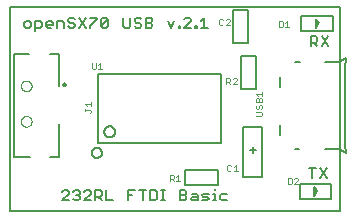
<source format=gto>
G75*
%MOIN*%
%OFA0B0*%
%FSLAX25Y25*%
%IPPOS*%
%LPD*%
%AMOC8*
5,1,8,0,0,1.08239X$1,22.5*
%
%ADD10C,0.00800*%
%ADD11C,0.00600*%
%ADD12C,0.00787*%
%ADD13C,0.00500*%
%ADD14C,0.00400*%
%ADD15C,0.00000*%
D10*
X0101036Y0048333D02*
X0101036Y0116333D01*
X0211036Y0116333D01*
X0211036Y0048333D01*
X0101036Y0048333D01*
D11*
X0118419Y0051740D02*
X0120687Y0054008D01*
X0120687Y0054575D01*
X0120120Y0055143D01*
X0118986Y0055143D01*
X0118419Y0054575D01*
X0122102Y0054575D02*
X0122669Y0055143D01*
X0123803Y0055143D01*
X0124370Y0054575D01*
X0124370Y0054008D01*
X0123803Y0053441D01*
X0124370Y0052874D01*
X0124370Y0052307D01*
X0123803Y0051740D01*
X0122669Y0051740D01*
X0122102Y0052307D01*
X0120687Y0051740D02*
X0118419Y0051740D01*
X0123236Y0053441D02*
X0123803Y0053441D01*
X0125785Y0054575D02*
X0126352Y0055143D01*
X0127486Y0055143D01*
X0128053Y0054575D01*
X0128053Y0054008D01*
X0125785Y0051740D01*
X0128053Y0051740D01*
X0129468Y0051740D02*
X0129468Y0055143D01*
X0131169Y0055143D01*
X0131737Y0054575D01*
X0131737Y0053441D01*
X0131169Y0052874D01*
X0129468Y0052874D01*
X0130602Y0052874D02*
X0131737Y0051740D01*
X0133151Y0051740D02*
X0135420Y0051740D01*
X0133151Y0051740D02*
X0133151Y0055143D01*
X0140517Y0055143D02*
X0142786Y0055143D01*
X0144201Y0055143D02*
X0146469Y0055143D01*
X0145335Y0055143D02*
X0145335Y0051740D01*
X0147884Y0051740D02*
X0149585Y0051740D01*
X0150152Y0052307D01*
X0150152Y0054575D01*
X0149585Y0055143D01*
X0147884Y0055143D01*
X0147884Y0051740D01*
X0151567Y0051740D02*
X0152701Y0051740D01*
X0152134Y0051740D02*
X0152134Y0055143D01*
X0151567Y0055143D02*
X0152701Y0055143D01*
X0157705Y0055143D02*
X0159407Y0055143D01*
X0159974Y0054575D01*
X0159974Y0054008D01*
X0159407Y0053441D01*
X0157705Y0053441D01*
X0157705Y0051740D02*
X0157705Y0055143D01*
X0159407Y0053441D02*
X0159974Y0052874D01*
X0159974Y0052307D01*
X0159407Y0051740D01*
X0157705Y0051740D01*
X0161389Y0052307D02*
X0161956Y0052874D01*
X0163657Y0052874D01*
X0163657Y0053441D02*
X0163090Y0054008D01*
X0161956Y0054008D01*
X0163657Y0053441D02*
X0163657Y0051740D01*
X0161956Y0051740D01*
X0161389Y0052307D01*
X0165072Y0051740D02*
X0166773Y0051740D01*
X0167340Y0052307D01*
X0166773Y0052874D01*
X0165639Y0052874D01*
X0165072Y0053441D01*
X0165639Y0054008D01*
X0167340Y0054008D01*
X0168755Y0054008D02*
X0169322Y0054008D01*
X0169322Y0051740D01*
X0168755Y0051740D02*
X0169889Y0051740D01*
X0171210Y0052307D02*
X0171777Y0051740D01*
X0173479Y0051740D01*
X0171210Y0052307D02*
X0171210Y0053441D01*
X0171777Y0054008D01*
X0173479Y0054008D01*
X0169322Y0055143D02*
X0169322Y0055710D01*
X0141652Y0053441D02*
X0140517Y0053441D01*
X0140517Y0051740D02*
X0140517Y0055143D01*
X0130563Y0070818D02*
X0130563Y0093849D01*
X0171508Y0093849D01*
X0171508Y0070818D01*
X0130563Y0070818D01*
X0132593Y0074656D02*
X0132595Y0074741D01*
X0132601Y0074825D01*
X0132611Y0074910D01*
X0132625Y0074993D01*
X0132642Y0075076D01*
X0132664Y0075158D01*
X0132690Y0075239D01*
X0132719Y0075319D01*
X0132752Y0075397D01*
X0132788Y0075473D01*
X0132828Y0075548D01*
X0132872Y0075621D01*
X0132919Y0075692D01*
X0132969Y0075760D01*
X0133022Y0075826D01*
X0133079Y0075889D01*
X0133138Y0075950D01*
X0133200Y0076008D01*
X0133265Y0076063D01*
X0133332Y0076115D01*
X0133401Y0076163D01*
X0133473Y0076208D01*
X0133547Y0076250D01*
X0133623Y0076288D01*
X0133700Y0076323D01*
X0133779Y0076354D01*
X0133859Y0076382D01*
X0133941Y0076405D01*
X0134023Y0076425D01*
X0134106Y0076441D01*
X0134190Y0076453D01*
X0134275Y0076461D01*
X0134360Y0076465D01*
X0134444Y0076465D01*
X0134529Y0076461D01*
X0134614Y0076453D01*
X0134698Y0076441D01*
X0134781Y0076425D01*
X0134863Y0076405D01*
X0134945Y0076382D01*
X0135025Y0076354D01*
X0135104Y0076323D01*
X0135181Y0076288D01*
X0135257Y0076250D01*
X0135331Y0076208D01*
X0135403Y0076163D01*
X0135472Y0076115D01*
X0135539Y0076063D01*
X0135604Y0076008D01*
X0135666Y0075950D01*
X0135725Y0075889D01*
X0135782Y0075826D01*
X0135835Y0075760D01*
X0135885Y0075692D01*
X0135932Y0075621D01*
X0135976Y0075548D01*
X0136016Y0075473D01*
X0136052Y0075397D01*
X0136085Y0075319D01*
X0136114Y0075239D01*
X0136140Y0075158D01*
X0136162Y0075076D01*
X0136179Y0074993D01*
X0136193Y0074910D01*
X0136203Y0074825D01*
X0136209Y0074741D01*
X0136211Y0074656D01*
X0136209Y0074571D01*
X0136203Y0074487D01*
X0136193Y0074402D01*
X0136179Y0074319D01*
X0136162Y0074236D01*
X0136140Y0074154D01*
X0136114Y0074073D01*
X0136085Y0073993D01*
X0136052Y0073915D01*
X0136016Y0073839D01*
X0135976Y0073764D01*
X0135932Y0073691D01*
X0135885Y0073620D01*
X0135835Y0073552D01*
X0135782Y0073486D01*
X0135725Y0073423D01*
X0135666Y0073362D01*
X0135604Y0073304D01*
X0135539Y0073249D01*
X0135472Y0073197D01*
X0135403Y0073149D01*
X0135331Y0073104D01*
X0135257Y0073062D01*
X0135181Y0073024D01*
X0135104Y0072989D01*
X0135025Y0072958D01*
X0134945Y0072930D01*
X0134863Y0072907D01*
X0134781Y0072887D01*
X0134698Y0072871D01*
X0134614Y0072859D01*
X0134529Y0072851D01*
X0134444Y0072847D01*
X0134360Y0072847D01*
X0134275Y0072851D01*
X0134190Y0072859D01*
X0134106Y0072871D01*
X0134023Y0072887D01*
X0133941Y0072907D01*
X0133859Y0072930D01*
X0133779Y0072958D01*
X0133700Y0072989D01*
X0133623Y0073024D01*
X0133547Y0073062D01*
X0133473Y0073104D01*
X0133401Y0073149D01*
X0133332Y0073197D01*
X0133265Y0073249D01*
X0133200Y0073304D01*
X0133138Y0073362D01*
X0133079Y0073423D01*
X0133022Y0073486D01*
X0132969Y0073552D01*
X0132919Y0073620D01*
X0132872Y0073691D01*
X0132828Y0073764D01*
X0132788Y0073839D01*
X0132752Y0073915D01*
X0132719Y0073993D01*
X0132690Y0074073D01*
X0132664Y0074154D01*
X0132642Y0074236D01*
X0132625Y0074319D01*
X0132611Y0074402D01*
X0132601Y0074487D01*
X0132595Y0074571D01*
X0132593Y0074656D01*
X0200836Y0062536D02*
X0203105Y0062536D01*
X0201970Y0062536D02*
X0201970Y0059133D01*
X0204519Y0059133D02*
X0206788Y0062536D01*
X0204519Y0062536D02*
X0206788Y0059133D01*
X0207288Y0103133D02*
X0205019Y0106536D01*
X0203605Y0105969D02*
X0203037Y0106536D01*
X0201336Y0106536D01*
X0201336Y0103133D01*
X0201336Y0104268D02*
X0203037Y0104268D01*
X0203605Y0104835D01*
X0203605Y0105969D01*
X0202470Y0104268D02*
X0203605Y0103133D01*
X0205019Y0103133D02*
X0207288Y0106536D01*
X0167019Y0109220D02*
X0164750Y0109220D01*
X0165885Y0109220D02*
X0165885Y0112623D01*
X0164750Y0111489D01*
X0163476Y0109787D02*
X0163476Y0109220D01*
X0162909Y0109220D01*
X0162909Y0109787D01*
X0163476Y0109787D01*
X0161494Y0109220D02*
X0159226Y0109220D01*
X0161494Y0111489D01*
X0161494Y0112056D01*
X0160927Y0112623D01*
X0159793Y0112623D01*
X0159226Y0112056D01*
X0157951Y0109787D02*
X0157951Y0109220D01*
X0157384Y0109220D01*
X0157384Y0109787D01*
X0157951Y0109787D01*
X0155970Y0111489D02*
X0154835Y0109220D01*
X0153701Y0111489D01*
X0148603Y0111489D02*
X0148036Y0110921D01*
X0146335Y0110921D01*
X0144920Y0110354D02*
X0144920Y0109787D01*
X0144353Y0109220D01*
X0143219Y0109220D01*
X0142652Y0109787D01*
X0143219Y0110921D02*
X0144353Y0110921D01*
X0144920Y0110354D01*
X0144920Y0112056D02*
X0144353Y0112623D01*
X0143219Y0112623D01*
X0142652Y0112056D01*
X0142652Y0111489D01*
X0143219Y0110921D01*
X0141237Y0109787D02*
X0141237Y0112623D01*
X0138968Y0112623D02*
X0138968Y0109787D01*
X0139536Y0109220D01*
X0140670Y0109220D01*
X0141237Y0109787D01*
X0146335Y0109220D02*
X0146335Y0112623D01*
X0148036Y0112623D01*
X0148603Y0112056D01*
X0148603Y0111489D01*
X0148036Y0110921D02*
X0148603Y0110354D01*
X0148603Y0109787D01*
X0148036Y0109220D01*
X0146335Y0109220D01*
X0133871Y0109787D02*
X0133304Y0109220D01*
X0132169Y0109220D01*
X0131602Y0109787D01*
X0133871Y0112056D01*
X0133871Y0109787D01*
X0133871Y0112056D02*
X0133304Y0112623D01*
X0132169Y0112623D01*
X0131602Y0112056D01*
X0131602Y0109787D01*
X0130188Y0112056D02*
X0127919Y0109787D01*
X0127919Y0109220D01*
X0126504Y0109220D02*
X0124236Y0112623D01*
X0122821Y0112056D02*
X0122254Y0112623D01*
X0121120Y0112623D01*
X0120553Y0112056D01*
X0120553Y0111489D01*
X0121120Y0110921D01*
X0122254Y0110921D01*
X0122821Y0110354D01*
X0122821Y0109787D01*
X0122254Y0109220D01*
X0121120Y0109220D01*
X0120553Y0109787D01*
X0119138Y0109220D02*
X0119138Y0110921D01*
X0118571Y0111489D01*
X0116870Y0111489D01*
X0116870Y0109220D01*
X0115455Y0110354D02*
X0113186Y0110354D01*
X0113186Y0109787D02*
X0113186Y0110921D01*
X0113754Y0111489D01*
X0114888Y0111489D01*
X0115455Y0110921D01*
X0115455Y0110354D01*
X0114888Y0109220D02*
X0113754Y0109220D01*
X0113186Y0109787D01*
X0111772Y0109787D02*
X0111205Y0109220D01*
X0109503Y0109220D01*
X0109503Y0108086D02*
X0109503Y0111489D01*
X0111205Y0111489D01*
X0111772Y0110921D01*
X0111772Y0109787D01*
X0108089Y0109787D02*
X0107522Y0109220D01*
X0106387Y0109220D01*
X0105820Y0109787D01*
X0105820Y0110921D01*
X0106387Y0111489D01*
X0107522Y0111489D01*
X0108089Y0110921D01*
X0108089Y0109787D01*
X0124236Y0109220D02*
X0126504Y0112623D01*
X0127919Y0112623D02*
X0130188Y0112623D01*
X0130188Y0112056D01*
D12*
X0128421Y0067625D02*
X0128423Y0067706D01*
X0128429Y0067787D01*
X0128439Y0067868D01*
X0128453Y0067948D01*
X0128470Y0068028D01*
X0128492Y0068106D01*
X0128517Y0068183D01*
X0128546Y0068259D01*
X0128579Y0068334D01*
X0128615Y0068407D01*
X0128655Y0068478D01*
X0128698Y0068546D01*
X0128745Y0068613D01*
X0128794Y0068678D01*
X0128847Y0068739D01*
X0128903Y0068799D01*
X0128962Y0068855D01*
X0129023Y0068909D01*
X0129087Y0068959D01*
X0129153Y0069006D01*
X0129221Y0069051D01*
X0129291Y0069091D01*
X0129364Y0069128D01*
X0129438Y0069162D01*
X0129513Y0069192D01*
X0129590Y0069218D01*
X0129669Y0069241D01*
X0129748Y0069259D01*
X0129828Y0069274D01*
X0129908Y0069285D01*
X0129989Y0069292D01*
X0130071Y0069295D01*
X0130152Y0069294D01*
X0130233Y0069289D01*
X0130314Y0069280D01*
X0130394Y0069267D01*
X0130474Y0069251D01*
X0130553Y0069230D01*
X0130630Y0069206D01*
X0130707Y0069177D01*
X0130781Y0069146D01*
X0130855Y0069110D01*
X0130926Y0069071D01*
X0130995Y0069029D01*
X0131063Y0068983D01*
X0131128Y0068934D01*
X0131190Y0068882D01*
X0131250Y0068827D01*
X0131307Y0068769D01*
X0131362Y0068709D01*
X0131413Y0068646D01*
X0131461Y0068580D01*
X0131506Y0068512D01*
X0131547Y0068442D01*
X0131585Y0068370D01*
X0131620Y0068297D01*
X0131651Y0068222D01*
X0131678Y0068145D01*
X0131701Y0068067D01*
X0131721Y0067988D01*
X0131737Y0067908D01*
X0131749Y0067828D01*
X0131757Y0067747D01*
X0131761Y0067666D01*
X0131761Y0067584D01*
X0131757Y0067503D01*
X0131749Y0067422D01*
X0131737Y0067342D01*
X0131721Y0067262D01*
X0131701Y0067183D01*
X0131678Y0067105D01*
X0131651Y0067028D01*
X0131620Y0066953D01*
X0131585Y0066880D01*
X0131547Y0066808D01*
X0131506Y0066738D01*
X0131461Y0066670D01*
X0131413Y0066604D01*
X0131362Y0066541D01*
X0131307Y0066481D01*
X0131250Y0066423D01*
X0131190Y0066368D01*
X0131128Y0066316D01*
X0131063Y0066267D01*
X0130995Y0066221D01*
X0130926Y0066179D01*
X0130855Y0066140D01*
X0130781Y0066104D01*
X0130707Y0066073D01*
X0130630Y0066044D01*
X0130553Y0066020D01*
X0130474Y0065999D01*
X0130394Y0065983D01*
X0130314Y0065970D01*
X0130233Y0065961D01*
X0130152Y0065956D01*
X0130071Y0065955D01*
X0129989Y0065958D01*
X0129908Y0065965D01*
X0129828Y0065976D01*
X0129748Y0065991D01*
X0129669Y0066009D01*
X0129590Y0066032D01*
X0129513Y0066058D01*
X0129438Y0066088D01*
X0129364Y0066122D01*
X0129291Y0066159D01*
X0129221Y0066199D01*
X0129153Y0066244D01*
X0129087Y0066291D01*
X0129023Y0066341D01*
X0128962Y0066395D01*
X0128903Y0066451D01*
X0128847Y0066511D01*
X0128794Y0066572D01*
X0128745Y0066637D01*
X0128698Y0066704D01*
X0128655Y0066772D01*
X0128615Y0066843D01*
X0128579Y0066916D01*
X0128546Y0066991D01*
X0128517Y0067067D01*
X0128492Y0067144D01*
X0128470Y0067222D01*
X0128453Y0067302D01*
X0128439Y0067382D01*
X0128429Y0067463D01*
X0128423Y0067544D01*
X0128421Y0067625D01*
D13*
X0117532Y0066207D02*
X0114461Y0066207D01*
X0117532Y0066207D02*
X0117532Y0077113D01*
X0107729Y0066207D02*
X0102571Y0066207D01*
X0102571Y0100459D01*
X0107532Y0100459D01*
X0114461Y0100459D02*
X0117532Y0100459D01*
X0117532Y0089711D01*
X0118910Y0090420D02*
X0118912Y0090459D01*
X0118918Y0090498D01*
X0118928Y0090536D01*
X0118941Y0090573D01*
X0118958Y0090608D01*
X0118978Y0090642D01*
X0119002Y0090673D01*
X0119029Y0090702D01*
X0119058Y0090728D01*
X0119090Y0090751D01*
X0119124Y0090771D01*
X0119160Y0090787D01*
X0119197Y0090799D01*
X0119236Y0090808D01*
X0119275Y0090813D01*
X0119314Y0090814D01*
X0119353Y0090811D01*
X0119392Y0090804D01*
X0119429Y0090793D01*
X0119466Y0090779D01*
X0119501Y0090761D01*
X0119534Y0090740D01*
X0119565Y0090715D01*
X0119593Y0090688D01*
X0119618Y0090658D01*
X0119640Y0090625D01*
X0119659Y0090591D01*
X0119674Y0090555D01*
X0119686Y0090517D01*
X0119694Y0090479D01*
X0119698Y0090440D01*
X0119698Y0090400D01*
X0119694Y0090361D01*
X0119686Y0090323D01*
X0119674Y0090285D01*
X0119659Y0090249D01*
X0119640Y0090215D01*
X0119618Y0090182D01*
X0119593Y0090152D01*
X0119565Y0090125D01*
X0119534Y0090100D01*
X0119501Y0090079D01*
X0119466Y0090061D01*
X0119429Y0090047D01*
X0119392Y0090036D01*
X0119353Y0090029D01*
X0119314Y0090026D01*
X0119275Y0090027D01*
X0119236Y0090032D01*
X0119197Y0090041D01*
X0119160Y0090053D01*
X0119124Y0090069D01*
X0119090Y0090089D01*
X0119058Y0090112D01*
X0119029Y0090138D01*
X0119002Y0090167D01*
X0118978Y0090198D01*
X0118958Y0090232D01*
X0118941Y0090267D01*
X0118928Y0090304D01*
X0118918Y0090342D01*
X0118912Y0090381D01*
X0118910Y0090420D01*
X0175536Y0104333D02*
X0175536Y0115333D01*
X0180536Y0115333D01*
X0180536Y0104333D01*
X0175536Y0104333D01*
X0178036Y0099833D02*
X0183036Y0099833D01*
X0183036Y0088833D01*
X0178036Y0088833D01*
X0178036Y0099833D01*
X0196154Y0097900D02*
X0197729Y0097900D01*
X0205997Y0097900D02*
X0210721Y0097900D01*
X0213083Y0099081D01*
X0212689Y0095932D01*
X0212689Y0070341D01*
X0213083Y0067585D01*
X0210721Y0068766D01*
X0205997Y0068766D01*
X0211115Y0068766D02*
X0211115Y0097900D01*
X0191036Y0092782D02*
X0191036Y0089633D01*
X0191036Y0077034D02*
X0191036Y0073491D01*
X0185286Y0076083D02*
X0178786Y0076083D01*
X0178786Y0059583D01*
X0185286Y0059583D01*
X0185286Y0076083D01*
X0182036Y0069583D02*
X0182036Y0067583D01*
X0181036Y0068583D02*
X0183036Y0068583D01*
X0196154Y0068766D02*
X0197335Y0068766D01*
X0170536Y0061833D02*
X0170536Y0056833D01*
X0159536Y0056833D01*
X0159536Y0061833D01*
X0170536Y0061833D01*
X0197786Y0057333D02*
X0197786Y0052333D01*
X0208286Y0052333D01*
X0208286Y0057333D01*
X0197786Y0057333D01*
X0202536Y0056333D02*
X0203036Y0055583D01*
X0203036Y0054083D01*
X0203536Y0054833D01*
X0203036Y0055583D01*
X0202786Y0055833D02*
X0202786Y0053833D01*
X0203036Y0054083D02*
X0202536Y0053333D01*
X0202536Y0056333D01*
X0198286Y0108333D02*
X0198286Y0113333D01*
X0208786Y0113333D01*
X0208786Y0108333D01*
X0198286Y0108333D01*
X0203036Y0109333D02*
X0203536Y0110083D01*
X0203536Y0111583D01*
X0203036Y0112333D01*
X0203036Y0109333D01*
X0203286Y0109833D02*
X0203286Y0111833D01*
X0203536Y0111583D02*
X0204036Y0110833D01*
X0203536Y0110083D01*
D14*
X0194268Y0109415D02*
X0192934Y0109415D01*
X0193601Y0109415D02*
X0193601Y0111417D01*
X0192934Y0110750D01*
X0192059Y0111083D02*
X0192059Y0109749D01*
X0191725Y0109415D01*
X0190724Y0109415D01*
X0190724Y0111417D01*
X0191725Y0111417D01*
X0192059Y0111083D01*
X0174343Y0111612D02*
X0174343Y0111946D01*
X0174010Y0112279D01*
X0173342Y0112279D01*
X0173009Y0111946D01*
X0172133Y0111946D02*
X0171800Y0112279D01*
X0171133Y0112279D01*
X0170799Y0111946D01*
X0170799Y0110611D01*
X0171133Y0110277D01*
X0171800Y0110277D01*
X0172133Y0110611D01*
X0173009Y0110277D02*
X0174343Y0111612D01*
X0174343Y0110277D02*
X0173009Y0110277D01*
X0131239Y0097409D02*
X0131239Y0095407D01*
X0130572Y0095407D02*
X0131906Y0095407D01*
X0129696Y0095741D02*
X0129696Y0097409D01*
X0130572Y0096742D02*
X0131239Y0097409D01*
X0129696Y0095741D02*
X0129363Y0095407D01*
X0128696Y0095407D01*
X0128362Y0095741D01*
X0128362Y0097409D01*
X0128272Y0084484D02*
X0128272Y0083149D01*
X0128272Y0083817D02*
X0126270Y0083817D01*
X0126938Y0083149D01*
X0126270Y0082274D02*
X0126270Y0081607D01*
X0126270Y0081940D02*
X0127939Y0081940D01*
X0128272Y0081607D01*
X0128272Y0081273D01*
X0127939Y0080940D01*
X0173299Y0090590D02*
X0173299Y0092592D01*
X0174300Y0092592D01*
X0174633Y0092259D01*
X0174633Y0091591D01*
X0174300Y0091258D01*
X0173299Y0091258D01*
X0173966Y0091258D02*
X0174633Y0090590D01*
X0175509Y0090590D02*
X0176843Y0091925D01*
X0176843Y0092259D01*
X0176510Y0092592D01*
X0175842Y0092592D01*
X0175509Y0092259D01*
X0175509Y0090590D02*
X0176843Y0090590D01*
X0183047Y0087267D02*
X0185049Y0087267D01*
X0185049Y0086600D02*
X0185049Y0087934D01*
X0183714Y0086600D02*
X0183047Y0087267D01*
X0183380Y0085725D02*
X0183714Y0085725D01*
X0184048Y0085391D01*
X0184048Y0084390D01*
X0184381Y0083515D02*
X0184715Y0083515D01*
X0185049Y0083181D01*
X0185049Y0082514D01*
X0184715Y0082180D01*
X0184048Y0082514D02*
X0184048Y0083181D01*
X0184381Y0083515D01*
X0183380Y0083515D02*
X0183047Y0083181D01*
X0183047Y0082514D01*
X0183380Y0082180D01*
X0183714Y0082180D01*
X0184048Y0082514D01*
X0184715Y0081305D02*
X0183047Y0081305D01*
X0183047Y0079970D02*
X0184715Y0079970D01*
X0185049Y0080304D01*
X0185049Y0080971D01*
X0184715Y0081305D01*
X0185049Y0084390D02*
X0183047Y0084390D01*
X0183047Y0085391D01*
X0183380Y0085725D01*
X0184048Y0085391D02*
X0184381Y0085725D01*
X0184715Y0085725D01*
X0185049Y0085391D01*
X0185049Y0084390D01*
X0176503Y0063429D02*
X0176503Y0061427D01*
X0175836Y0061427D02*
X0177170Y0061427D01*
X0175836Y0062762D02*
X0176503Y0063429D01*
X0174960Y0063095D02*
X0174627Y0063429D01*
X0173959Y0063429D01*
X0173626Y0063095D01*
X0173626Y0061761D01*
X0173959Y0061427D01*
X0174627Y0061427D01*
X0174960Y0061761D01*
X0157918Y0058275D02*
X0156584Y0058275D01*
X0157251Y0058275D02*
X0157251Y0060277D01*
X0156584Y0059610D01*
X0155708Y0059944D02*
X0155375Y0060277D01*
X0154374Y0060277D01*
X0154374Y0058275D01*
X0154374Y0058943D02*
X0155375Y0058943D01*
X0155708Y0059276D01*
X0155708Y0059944D01*
X0155041Y0058943D02*
X0155708Y0058275D01*
X0193767Y0057352D02*
X0194768Y0057352D01*
X0195102Y0057686D01*
X0195102Y0059020D01*
X0194768Y0059354D01*
X0193767Y0059354D01*
X0193767Y0057352D01*
X0195977Y0057352D02*
X0197312Y0058687D01*
X0197312Y0059020D01*
X0196978Y0059354D01*
X0196311Y0059354D01*
X0195977Y0059020D01*
X0195977Y0057352D02*
X0197312Y0057352D01*
D15*
X0104795Y0078097D02*
X0104797Y0078181D01*
X0104803Y0078264D01*
X0104813Y0078347D01*
X0104827Y0078430D01*
X0104844Y0078512D01*
X0104866Y0078593D01*
X0104891Y0078672D01*
X0104920Y0078751D01*
X0104953Y0078828D01*
X0104989Y0078903D01*
X0105029Y0078977D01*
X0105072Y0079049D01*
X0105119Y0079118D01*
X0105169Y0079185D01*
X0105222Y0079250D01*
X0105278Y0079312D01*
X0105336Y0079372D01*
X0105398Y0079429D01*
X0105462Y0079482D01*
X0105529Y0079533D01*
X0105598Y0079580D01*
X0105669Y0079625D01*
X0105742Y0079665D01*
X0105817Y0079702D01*
X0105894Y0079736D01*
X0105972Y0079766D01*
X0106051Y0079792D01*
X0106132Y0079815D01*
X0106214Y0079833D01*
X0106296Y0079848D01*
X0106379Y0079859D01*
X0106462Y0079866D01*
X0106546Y0079869D01*
X0106630Y0079868D01*
X0106713Y0079863D01*
X0106797Y0079854D01*
X0106879Y0079841D01*
X0106961Y0079825D01*
X0107042Y0079804D01*
X0107123Y0079780D01*
X0107201Y0079752D01*
X0107279Y0079720D01*
X0107355Y0079684D01*
X0107429Y0079645D01*
X0107501Y0079603D01*
X0107571Y0079557D01*
X0107639Y0079508D01*
X0107704Y0079456D01*
X0107767Y0079401D01*
X0107827Y0079343D01*
X0107885Y0079282D01*
X0107939Y0079218D01*
X0107991Y0079152D01*
X0108039Y0079084D01*
X0108084Y0079013D01*
X0108125Y0078940D01*
X0108164Y0078866D01*
X0108198Y0078790D01*
X0108229Y0078712D01*
X0108256Y0078633D01*
X0108280Y0078552D01*
X0108299Y0078471D01*
X0108315Y0078389D01*
X0108327Y0078306D01*
X0108335Y0078222D01*
X0108339Y0078139D01*
X0108339Y0078055D01*
X0108335Y0077972D01*
X0108327Y0077888D01*
X0108315Y0077805D01*
X0108299Y0077723D01*
X0108280Y0077642D01*
X0108256Y0077561D01*
X0108229Y0077482D01*
X0108198Y0077404D01*
X0108164Y0077328D01*
X0108125Y0077254D01*
X0108084Y0077181D01*
X0108039Y0077110D01*
X0107991Y0077042D01*
X0107939Y0076976D01*
X0107885Y0076912D01*
X0107827Y0076851D01*
X0107767Y0076793D01*
X0107704Y0076738D01*
X0107639Y0076686D01*
X0107571Y0076637D01*
X0107501Y0076591D01*
X0107429Y0076549D01*
X0107355Y0076510D01*
X0107279Y0076474D01*
X0107201Y0076442D01*
X0107123Y0076414D01*
X0107042Y0076390D01*
X0106961Y0076369D01*
X0106879Y0076353D01*
X0106797Y0076340D01*
X0106713Y0076331D01*
X0106630Y0076326D01*
X0106546Y0076325D01*
X0106462Y0076328D01*
X0106379Y0076335D01*
X0106296Y0076346D01*
X0106214Y0076361D01*
X0106132Y0076379D01*
X0106051Y0076402D01*
X0105972Y0076428D01*
X0105894Y0076458D01*
X0105817Y0076492D01*
X0105742Y0076529D01*
X0105669Y0076569D01*
X0105598Y0076614D01*
X0105529Y0076661D01*
X0105462Y0076712D01*
X0105398Y0076765D01*
X0105336Y0076822D01*
X0105278Y0076882D01*
X0105222Y0076944D01*
X0105169Y0077009D01*
X0105119Y0077076D01*
X0105072Y0077145D01*
X0105029Y0077217D01*
X0104989Y0077291D01*
X0104953Y0077366D01*
X0104920Y0077443D01*
X0104891Y0077522D01*
X0104866Y0077601D01*
X0104844Y0077682D01*
X0104827Y0077764D01*
X0104813Y0077847D01*
X0104803Y0077930D01*
X0104797Y0078013D01*
X0104795Y0078097D01*
X0104795Y0089908D02*
X0104797Y0089992D01*
X0104803Y0090075D01*
X0104813Y0090158D01*
X0104827Y0090241D01*
X0104844Y0090323D01*
X0104866Y0090404D01*
X0104891Y0090483D01*
X0104920Y0090562D01*
X0104953Y0090639D01*
X0104989Y0090714D01*
X0105029Y0090788D01*
X0105072Y0090860D01*
X0105119Y0090929D01*
X0105169Y0090996D01*
X0105222Y0091061D01*
X0105278Y0091123D01*
X0105336Y0091183D01*
X0105398Y0091240D01*
X0105462Y0091293D01*
X0105529Y0091344D01*
X0105598Y0091391D01*
X0105669Y0091436D01*
X0105742Y0091476D01*
X0105817Y0091513D01*
X0105894Y0091547D01*
X0105972Y0091577D01*
X0106051Y0091603D01*
X0106132Y0091626D01*
X0106214Y0091644D01*
X0106296Y0091659D01*
X0106379Y0091670D01*
X0106462Y0091677D01*
X0106546Y0091680D01*
X0106630Y0091679D01*
X0106713Y0091674D01*
X0106797Y0091665D01*
X0106879Y0091652D01*
X0106961Y0091636D01*
X0107042Y0091615D01*
X0107123Y0091591D01*
X0107201Y0091563D01*
X0107279Y0091531D01*
X0107355Y0091495D01*
X0107429Y0091456D01*
X0107501Y0091414D01*
X0107571Y0091368D01*
X0107639Y0091319D01*
X0107704Y0091267D01*
X0107767Y0091212D01*
X0107827Y0091154D01*
X0107885Y0091093D01*
X0107939Y0091029D01*
X0107991Y0090963D01*
X0108039Y0090895D01*
X0108084Y0090824D01*
X0108125Y0090751D01*
X0108164Y0090677D01*
X0108198Y0090601D01*
X0108229Y0090523D01*
X0108256Y0090444D01*
X0108280Y0090363D01*
X0108299Y0090282D01*
X0108315Y0090200D01*
X0108327Y0090117D01*
X0108335Y0090033D01*
X0108339Y0089950D01*
X0108339Y0089866D01*
X0108335Y0089783D01*
X0108327Y0089699D01*
X0108315Y0089616D01*
X0108299Y0089534D01*
X0108280Y0089453D01*
X0108256Y0089372D01*
X0108229Y0089293D01*
X0108198Y0089215D01*
X0108164Y0089139D01*
X0108125Y0089065D01*
X0108084Y0088992D01*
X0108039Y0088921D01*
X0107991Y0088853D01*
X0107939Y0088787D01*
X0107885Y0088723D01*
X0107827Y0088662D01*
X0107767Y0088604D01*
X0107704Y0088549D01*
X0107639Y0088497D01*
X0107571Y0088448D01*
X0107501Y0088402D01*
X0107429Y0088360D01*
X0107355Y0088321D01*
X0107279Y0088285D01*
X0107201Y0088253D01*
X0107123Y0088225D01*
X0107042Y0088201D01*
X0106961Y0088180D01*
X0106879Y0088164D01*
X0106797Y0088151D01*
X0106713Y0088142D01*
X0106630Y0088137D01*
X0106546Y0088136D01*
X0106462Y0088139D01*
X0106379Y0088146D01*
X0106296Y0088157D01*
X0106214Y0088172D01*
X0106132Y0088190D01*
X0106051Y0088213D01*
X0105972Y0088239D01*
X0105894Y0088269D01*
X0105817Y0088303D01*
X0105742Y0088340D01*
X0105669Y0088380D01*
X0105598Y0088425D01*
X0105529Y0088472D01*
X0105462Y0088523D01*
X0105398Y0088576D01*
X0105336Y0088633D01*
X0105278Y0088693D01*
X0105222Y0088755D01*
X0105169Y0088820D01*
X0105119Y0088887D01*
X0105072Y0088956D01*
X0105029Y0089028D01*
X0104989Y0089102D01*
X0104953Y0089177D01*
X0104920Y0089254D01*
X0104891Y0089333D01*
X0104866Y0089412D01*
X0104844Y0089493D01*
X0104827Y0089575D01*
X0104813Y0089658D01*
X0104803Y0089741D01*
X0104797Y0089824D01*
X0104795Y0089908D01*
M02*

</source>
